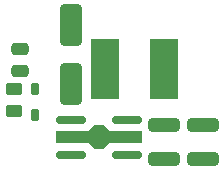
<source format=gbr>
%TF.GenerationSoftware,KiCad,Pcbnew,8.0.2*%
%TF.CreationDate,2024-06-17T18:52:01+02:00*%
%TF.ProjectId,PT4115-Miniboard,50543431-3135-42d4-9d69-6e69626f6172,rev?*%
%TF.SameCoordinates,Original*%
%TF.FileFunction,Paste,Top*%
%TF.FilePolarity,Positive*%
%FSLAX46Y46*%
G04 Gerber Fmt 4.6, Leading zero omitted, Abs format (unit mm)*
G04 Created by KiCad (PCBNEW 8.0.2) date 2024-06-17 18:52:01*
%MOMM*%
%LPD*%
G01*
G04 APERTURE LIST*
G04 Aperture macros list*
%AMRoundRect*
0 Rectangle with rounded corners*
0 $1 Rounding radius*
0 $2 $3 $4 $5 $6 $7 $8 $9 X,Y pos of 4 corners*
0 Add a 4 corners polygon primitive as box body*
4,1,4,$2,$3,$4,$5,$6,$7,$8,$9,$2,$3,0*
0 Add four circle primitives for the rounded corners*
1,1,$1+$1,$2,$3*
1,1,$1+$1,$4,$5*
1,1,$1+$1,$6,$7*
1,1,$1+$1,$8,$9*
0 Add four rect primitives between the rounded corners*
20,1,$1+$1,$2,$3,$4,$5,0*
20,1,$1+$1,$4,$5,$6,$7,0*
20,1,$1+$1,$6,$7,$8,$9,0*
20,1,$1+$1,$8,$9,$2,$3,0*%
%AMFreePoly0*
4,1,13,0.900000,0.500000,3.600000,0.500000,3.600000,-0.500000,0.900000,-0.500000,0.400000,-1.000000,-0.400000,-1.000000,-0.900000,-0.500000,-3.600000,-0.500000,-3.600000,0.500000,-0.900000,0.500000,-0.400000,1.000000,0.400000,1.000000,0.900000,0.500000,0.900000,0.500000,$1*%
G04 Aperture macros list end*
%ADD10RoundRect,0.175000X-1.075000X-0.175000X1.075000X-0.175000X1.075000X0.175000X-1.075000X0.175000X0*%
%ADD11FreePoly0,0.000000*%
%ADD12RoundRect,0.250000X-1.075000X0.312500X-1.075000X-0.312500X1.075000X-0.312500X1.075000X0.312500X0*%
%ADD13R,2.350000X5.100000*%
%ADD14RoundRect,0.150000X0.150000X-0.400000X0.150000X0.400000X-0.150000X0.400000X-0.150000X-0.400000X0*%
%ADD15RoundRect,0.250000X-0.650000X1.500000X-0.650000X-1.500000X0.650000X-1.500000X0.650000X1.500000X0*%
%ADD16RoundRect,0.250000X0.475000X-0.250000X0.475000X0.250000X-0.475000X0.250000X-0.475000X-0.250000X0*%
%ADD17RoundRect,0.250000X0.450000X-0.262500X0.450000X0.262500X-0.450000X0.262500X-0.450000X-0.262500X0*%
G04 APERTURE END LIST*
D10*
%TO.C,U1*%
X142650000Y-111750000D03*
D11*
X145000000Y-113250000D03*
D10*
X142650000Y-114750000D03*
X147350000Y-114750000D03*
X147350000Y-111750000D03*
%TD*%
D12*
%TO.C,R2*%
X153750000Y-112187500D03*
X153750000Y-115112500D03*
%TD*%
D13*
%TO.C,L1*%
X150500000Y-107450000D03*
X145500000Y-107450000D03*
%TD*%
D14*
%TO.C,D1*%
X139550000Y-111400000D03*
X139550000Y-109200000D03*
%TD*%
D12*
%TO.C,R1*%
X150500000Y-112187500D03*
X150500000Y-115112500D03*
%TD*%
D15*
%TO.C,D2*%
X142600000Y-103700000D03*
X142600000Y-108700000D03*
%TD*%
D16*
%TO.C,C1*%
X138250000Y-107650000D03*
X138250000Y-105750000D03*
%TD*%
D17*
%TO.C,R3*%
X137750000Y-111012500D03*
X137750000Y-109187500D03*
%TD*%
M02*

</source>
